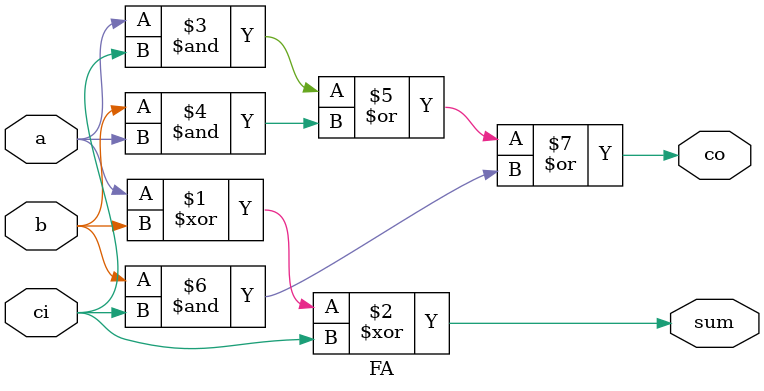
<source format=v>
`timescale 1ns/10ps
module FA(a, b, ci, sum, co);

  input   a, b, ci;
  output  sum, co;
  
  
  assign sum = a^b^ci;
  assign co= (a&ci)|(b&a)|(b&ci); 
  

endmodule

</source>
